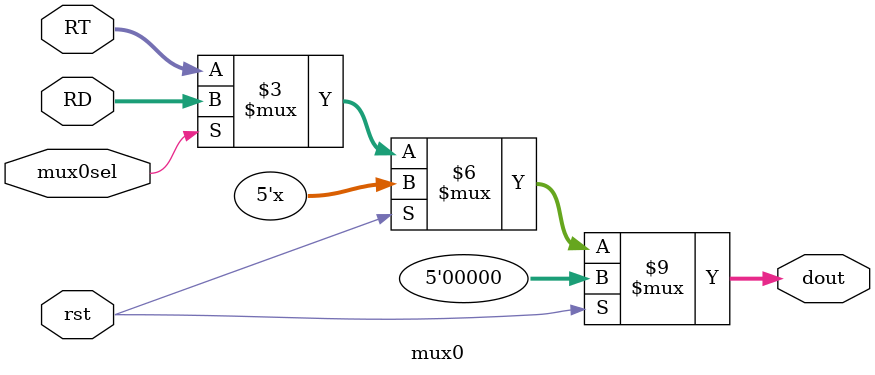
<source format=v>
`timescale 1ns / 1ps

module mux0

/*** PARAMETERS ***/
#(parameter
	INST_WL = 5,
	DATA_WL = 32,
	ADDR_WL = 5
)

/*** IN/OUT ***/
(
	// IN 
	input 			mux0sel,
	                rst,
	input [4 : 0]	RT,
					RD,
	// OUT
	output reg [4 : 0] dout
);

	always @(*) 
	begin
	    if(rst) dout = 0;
	    else
	    begin
            if(mux0sel) dout	= RD;
            else dout			= RT;
        end
	end 

endmodule
</source>
